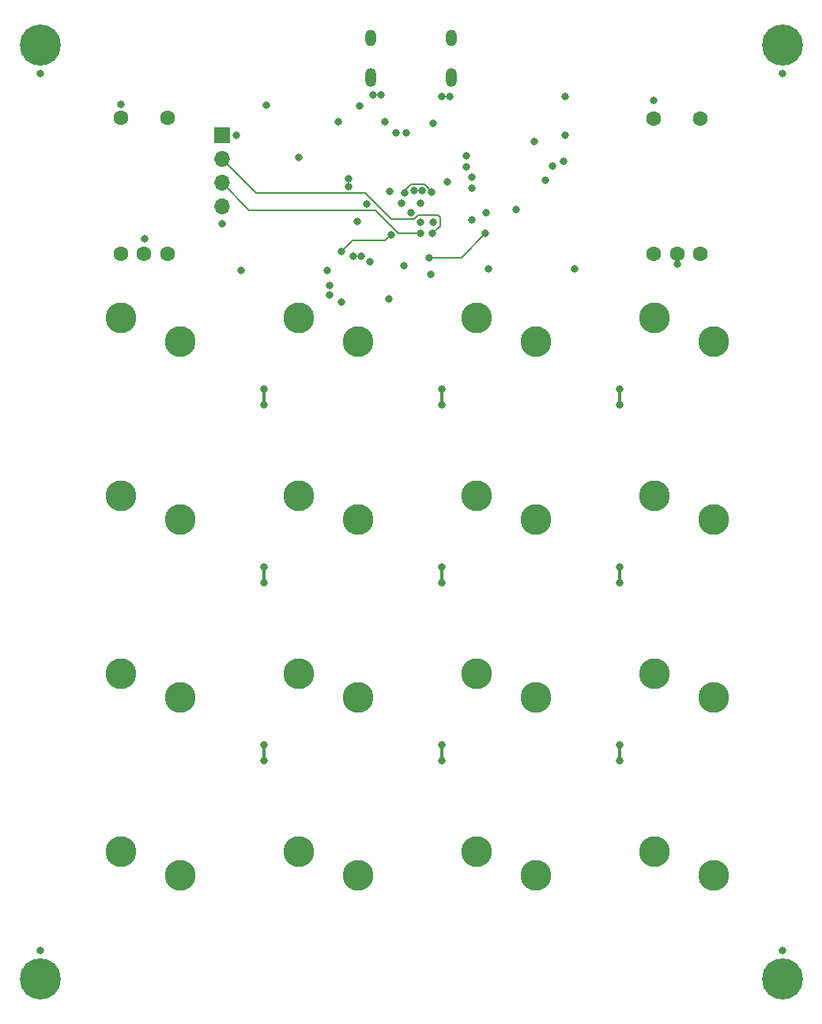
<source format=gbr>
%TF.GenerationSoftware,KiCad,Pcbnew,6.0.9-8da3e8f707~116~ubuntu20.04.1*%
%TF.CreationDate,2023-04-01T10:59:08+02:00*%
%TF.ProjectId,minikey,6d696e69-6b65-4792-9e6b-696361645f70,rev?*%
%TF.SameCoordinates,Original*%
%TF.FileFunction,Copper,L4,Bot*%
%TF.FilePolarity,Positive*%
%FSLAX46Y46*%
G04 Gerber Fmt 4.6, Leading zero omitted, Abs format (unit mm)*
G04 Created by KiCad (PCBNEW 6.0.9-8da3e8f707~116~ubuntu20.04.1) date 2023-04-01 10:59:08*
%MOMM*%
%LPD*%
G01*
G04 APERTURE LIST*
%TA.AperFunction,ComponentPad*%
%ADD10C,0.700000*%
%TD*%
%TA.AperFunction,ComponentPad*%
%ADD11C,4.400000*%
%TD*%
%TA.AperFunction,ComponentPad*%
%ADD12O,1.200000X2.000000*%
%TD*%
%TA.AperFunction,ComponentPad*%
%ADD13O,1.200000X1.800000*%
%TD*%
%TA.AperFunction,ComponentPad*%
%ADD14C,3.300000*%
%TD*%
%TA.AperFunction,ComponentPad*%
%ADD15R,1.700000X1.700000*%
%TD*%
%TA.AperFunction,ComponentPad*%
%ADD16O,1.700000X1.700000*%
%TD*%
%TA.AperFunction,ComponentPad*%
%ADD17C,1.600200*%
%TD*%
%TA.AperFunction,ViaPad*%
%ADD18C,0.800000*%
%TD*%
%TA.AperFunction,Conductor*%
%ADD19C,0.200000*%
%TD*%
%TA.AperFunction,Conductor*%
%ADD20C,0.300000*%
%TD*%
G04 APERTURE END LIST*
D10*
%TO.P,H4,1,1*%
%TO.N,GND*%
X197850000Y-166370000D03*
X196200000Y-164720000D03*
X197850000Y-163070000D03*
X199016726Y-165886726D03*
X196683274Y-165886726D03*
X199016726Y-163553274D03*
D11*
X197850000Y-164720000D03*
D10*
X196683274Y-163553274D03*
X199500000Y-164720000D03*
%TD*%
D12*
%TO.P,U6,0,0*%
%TO.N,unconnected-(U6-Pad0)*%
X153790895Y-68166761D03*
D13*
X162441137Y-63966862D03*
X153790895Y-63966862D03*
D12*
X162441137Y-68166761D03*
%TD*%
D14*
%TO.P,SW1,1,1*%
%TO.N,Net-(D1-Pad2)*%
X133350000Y-96520000D03*
%TO.P,SW1,2,2*%
%TO.N,COL0*%
X127000000Y-93980000D03*
%TD*%
%TO.P,SW10,1,1*%
%TO.N,Net-(D9-Pad2)*%
X171450000Y-96520000D03*
%TO.P,SW10,2,2*%
%TO.N,COL2*%
X165100000Y-93980000D03*
%TD*%
%TO.P,SW17,1,1*%
%TO.N,Net-(D15-Pad2)*%
X190500000Y-134620000D03*
%TO.P,SW17,2,2*%
%TO.N,COL3*%
X184150000Y-132080000D03*
%TD*%
D10*
%TO.P,H1,1,1*%
%TO.N,GND*%
X118360000Y-63070000D03*
X117193274Y-65886726D03*
X120010000Y-64720000D03*
X119526726Y-65886726D03*
D11*
X118360000Y-64720000D03*
D10*
X118360000Y-66370000D03*
X116710000Y-64720000D03*
X117193274Y-63553274D03*
X119526726Y-63553274D03*
%TD*%
D14*
%TO.P,SW9,1,1*%
%TO.N,Net-(D8-Pad2)*%
X152400000Y-153670000D03*
%TO.P,SW9,2,2*%
%TO.N,COL1*%
X146050000Y-151130000D03*
%TD*%
%TO.P,SW6,1,1*%
%TO.N,Net-(D5-Pad2)*%
X152400000Y-96520000D03*
%TO.P,SW6,2,2*%
%TO.N,COL1*%
X146050000Y-93980000D03*
%TD*%
%TO.P,SW11,1,1*%
%TO.N,Net-(D10-Pad2)*%
X171450000Y-115570000D03*
%TO.P,SW11,2,2*%
%TO.N,COL2*%
X165100000Y-113030000D03*
%TD*%
%TO.P,SW13,1,1*%
%TO.N,Net-(D12-Pad2)*%
X171450000Y-153670000D03*
%TO.P,SW13,2,2*%
%TO.N,COL2*%
X165100000Y-151130000D03*
%TD*%
%TO.P,SW3,1,1*%
%TO.N,Net-(D3-Pad2)*%
X133350000Y-134620000D03*
%TO.P,SW3,2,2*%
%TO.N,COL0*%
X127000000Y-132080000D03*
%TD*%
%TO.P,SW12,1,1*%
%TO.N,Net-(D11-Pad2)*%
X171450000Y-134620000D03*
%TO.P,SW12,2,2*%
%TO.N,COL2*%
X165100000Y-132080000D03*
%TD*%
%TO.P,SW7,1,1*%
%TO.N,Net-(D6-Pad2)*%
X152400000Y-115570000D03*
%TO.P,SW7,2,2*%
%TO.N,COL1*%
X146050000Y-113030000D03*
%TD*%
%TO.P,SW18,1,1*%
%TO.N,Net-(D16-Pad2)*%
X190500000Y-153670000D03*
%TO.P,SW18,2,2*%
%TO.N,COL3*%
X184150000Y-151130000D03*
%TD*%
%TO.P,SW2,1,1*%
%TO.N,Net-(D2-Pad2)*%
X133350000Y-115570000D03*
%TO.P,SW2,2,2*%
%TO.N,COL0*%
X127000000Y-113030000D03*
%TD*%
%TO.P,SW15,1,1*%
%TO.N,Net-(D13-Pad2)*%
X190500000Y-96520000D03*
%TO.P,SW15,2,2*%
%TO.N,COL3*%
X184150000Y-93980000D03*
%TD*%
%TO.P,SW4,1,1*%
%TO.N,Net-(D4-Pad2)*%
X133350000Y-153670000D03*
%TO.P,SW4,2,2*%
%TO.N,COL0*%
X127000000Y-151130000D03*
%TD*%
%TO.P,SW8,1,1*%
%TO.N,Net-(D7-Pad2)*%
X152400000Y-134620000D03*
%TO.P,SW8,2,2*%
%TO.N,COL1*%
X146050000Y-132080000D03*
%TD*%
D10*
%TO.P,H2,1,1*%
%TO.N,GND*%
X117193274Y-163573274D03*
X117193274Y-165906726D03*
X119526726Y-165906726D03*
X116710000Y-164740000D03*
D11*
X118360000Y-164740000D03*
D10*
X120010000Y-164740000D03*
X118360000Y-166390000D03*
X119526726Y-163573274D03*
X118360000Y-163090000D03*
%TD*%
%TO.P,H3,1,1*%
%TO.N,GND*%
X199016726Y-65886726D03*
X199500000Y-64720000D03*
X196683274Y-65886726D03*
D11*
X197850000Y-64720000D03*
D10*
X197850000Y-66370000D03*
X196200000Y-64720000D03*
X197850000Y-63070000D03*
X199016726Y-63553274D03*
X196683274Y-63553274D03*
%TD*%
D14*
%TO.P,SW16,1,1*%
%TO.N,Net-(D14-Pad2)*%
X190500000Y-115570000D03*
%TO.P,SW16,2,2*%
%TO.N,COL3*%
X184150000Y-113030000D03*
%TD*%
D15*
%TO.P,J1,1,Pin_1*%
%TO.N,+3V3*%
X137820000Y-74380000D03*
D16*
%TO.P,J1,2,Pin_2*%
%TO.N,SWDIO*%
X137820000Y-76920000D03*
%TO.P,J1,3,Pin_3*%
%TO.N,SWCLK*%
X137820000Y-79460000D03*
%TO.P,J1,4,Pin_4*%
%TO.N,GND*%
X137820000Y-82000000D03*
%TD*%
D17*
%TO.P,U7,1,1*%
%TO.N,ROT1_BTN*%
X132008450Y-72558908D03*
%TO.P,U7,2,2*%
%TO.N,GND*%
X127008450Y-72558908D03*
%TO.P,U7,A,A*%
%TO.N,ROT1_A*%
X132008450Y-87058908D03*
%TO.P,U7,B,B*%
%TO.N,GND*%
X129508450Y-87058908D03*
%TO.P,U7,C,C*%
%TO.N,ROT1_B*%
X127008450Y-87058908D03*
%TD*%
%TO.P,U8,1,1*%
%TO.N,ROT2_BTN*%
X189088450Y-72568908D03*
%TO.P,U8,2,2*%
%TO.N,GND*%
X184088450Y-72568908D03*
%TO.P,U8,A,A*%
%TO.N,ROT2_A*%
X189088450Y-87068908D03*
%TO.P,U8,B,B*%
%TO.N,GND*%
X186588450Y-87068908D03*
%TO.P,U8,C,C*%
%TO.N,ROT2_B*%
X184088450Y-87068908D03*
%TD*%
D18*
%TO.N,GND*%
X184090000Y-70680000D03*
X197860000Y-161680000D03*
X163990000Y-77760000D03*
X152730000Y-87360000D03*
X157570000Y-74120000D03*
X166400000Y-88670000D03*
X197850000Y-67790000D03*
X154870000Y-70070000D03*
X159140000Y-83700000D03*
X137830000Y-83880000D03*
X155760000Y-91930000D03*
X160420000Y-73080000D03*
X153340000Y-81710000D03*
X151430000Y-79079569D03*
X169320000Y-82350000D03*
X174630000Y-70220000D03*
X164630000Y-83460000D03*
X159120000Y-81640000D03*
X156470000Y-74120000D03*
X164610000Y-80030000D03*
X154030000Y-70050000D03*
X118380000Y-161670000D03*
X150600000Y-92280000D03*
X151420000Y-79900500D03*
X153710000Y-87900000D03*
X164000000Y-76610000D03*
X149370000Y-90500000D03*
X171330000Y-75060000D03*
X149360000Y-91480000D03*
X157100000Y-81690000D03*
X158110000Y-82660000D03*
X174590000Y-74380000D03*
X129520000Y-85490000D03*
X139850000Y-88850000D03*
X151910000Y-87360000D03*
X162270000Y-70230000D03*
X175580000Y-88660000D03*
X186580000Y-88220000D03*
X152600000Y-71270000D03*
X118360000Y-67770000D03*
X146100000Y-76790000D03*
X160220000Y-89280000D03*
X164600000Y-78840000D03*
X149110000Y-88880000D03*
X161415554Y-70220000D03*
X127000000Y-71050000D03*
X155320000Y-72970000D03*
%TO.N,+3V3*%
X166160145Y-82704014D03*
X155780000Y-80370000D03*
X160480000Y-83680000D03*
X150320000Y-72940000D03*
X172490000Y-79190000D03*
X161960000Y-79380000D03*
X142610000Y-71200000D03*
X159260000Y-80350000D03*
X174440000Y-77170000D03*
X157367465Y-88347465D03*
X152360000Y-83650000D03*
X173240000Y-77700000D03*
X139380000Y-74370000D03*
X158410000Y-80340000D03*
%TO.N,RUN*%
X166030000Y-84910000D03*
X160016878Y-87473122D03*
%TO.N,SWDIO*%
X160400000Y-84900000D03*
%TO.N,SWCLK*%
X159120000Y-84890000D03*
%TO.N,COL1*%
X142303500Y-122301000D03*
X155930000Y-85040000D03*
X142303500Y-120586500D03*
X150630000Y-86811500D03*
X142303500Y-141351000D03*
X142303500Y-103251000D03*
X142303500Y-101536500D03*
X142303500Y-139636500D03*
%TO.N,COL2*%
X161353500Y-141351000D03*
X161353500Y-101536500D03*
X161353500Y-120586500D03*
X161353500Y-139636500D03*
X161353500Y-122301000D03*
X161353500Y-103251000D03*
%TO.N,COL3*%
X180403500Y-103251000D03*
X180403500Y-101536500D03*
X180403500Y-139636500D03*
X180403500Y-120586500D03*
X180403500Y-122301000D03*
X180403500Y-141351000D03*
%TO.N,+1V1*%
X157428242Y-80527498D03*
X160300000Y-80450000D03*
%TD*%
D19*
%TO.N,RUN*%
X163466878Y-87473122D02*
X166030000Y-84910000D01*
X160016878Y-87473122D02*
X163466878Y-87473122D01*
%TO.N,SWDIO*%
X141500000Y-80600000D02*
X137820000Y-76920000D01*
X160400000Y-84900000D02*
X161180000Y-84120000D01*
X161180000Y-83160000D02*
X160970000Y-82950000D01*
X153219950Y-80600000D02*
X141500000Y-80600000D01*
X161180000Y-84120000D02*
X161180000Y-83160000D01*
X158440000Y-83360000D02*
X155979950Y-83360000D01*
X155979950Y-83360000D02*
X153219950Y-80600000D01*
X158850000Y-82950000D02*
X158440000Y-83360000D01*
X160970000Y-82950000D02*
X158850000Y-82950000D01*
%TO.N,SWCLK*%
X156769950Y-84890000D02*
X154289950Y-82410000D01*
X154289950Y-82410000D02*
X140770000Y-82410000D01*
X140770000Y-82410000D02*
X137820000Y-79460000D01*
X159120000Y-84890000D02*
X156769950Y-84890000D01*
%TO.N,COL1*%
X155930000Y-85040000D02*
X155310000Y-85660000D01*
X151781500Y-85660000D02*
X150630000Y-86811500D01*
D20*
X142303500Y-101536500D02*
X142303500Y-103251000D01*
X142303500Y-120586500D02*
X142303500Y-122301000D01*
X142303500Y-139636500D02*
X142303500Y-141351000D01*
D19*
X155310000Y-85660000D02*
X151781500Y-85660000D01*
D20*
%TO.N,COL2*%
X161353500Y-120586500D02*
X161353500Y-122301000D01*
X161353500Y-139636500D02*
X161353500Y-141351000D01*
X161353500Y-101536500D02*
X161353500Y-103251000D01*
%TO.N,COL3*%
X180403500Y-120586500D02*
X180403500Y-122301000D01*
X180403500Y-139636500D02*
X180403500Y-141351000D01*
X180403500Y-101536500D02*
X180403500Y-103251000D01*
D19*
%TO.N,+1V1*%
X157428242Y-80321758D02*
X157428242Y-80527498D01*
X160300000Y-80400050D02*
X159539950Y-79640000D01*
X158110000Y-79640000D02*
X157428242Y-80321758D01*
X159539950Y-79640000D02*
X158110000Y-79640000D01*
X160300000Y-80450000D02*
X160300000Y-80400050D01*
%TD*%
M02*

</source>
